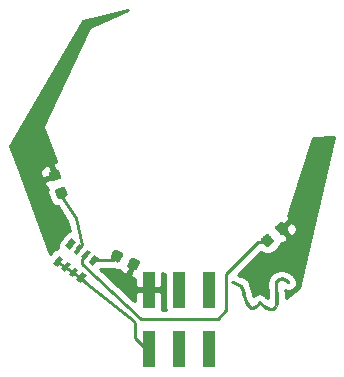
<source format=gbr>
G04 #@! TF.GenerationSoftware,KiCad,Pcbnew,5.1.2*
G04 #@! TF.CreationDate,2019-07-09T10:26:50-05:00*
G04 #@! TF.ProjectId,KokiriEmerald,4b6f6b69-7269-4456-9d65-72616c642e6b,rev?*
G04 #@! TF.SameCoordinates,Original*
G04 #@! TF.FileFunction,Copper,L2,Bot*
G04 #@! TF.FilePolarity,Positive*
%FSLAX46Y46*%
G04 Gerber Fmt 4.6, Leading zero omitted, Abs format (unit mm)*
G04 Created by KiCad (PCBNEW 5.1.2) date 2019-07-09 10:26:50*
%MOMM*%
%LPD*%
G04 APERTURE LIST*
%ADD10C,0.010000*%
%ADD11C,0.100000*%
%ADD12C,0.875000*%
%ADD13C,0.500000*%
%ADD14C,0.400000*%
%ADD15R,1.000000X3.150000*%
%ADD16C,0.600000*%
%ADD17C,0.250000*%
%ADD18C,0.254000*%
G04 APERTURE END LIST*
D10*
G36*
X121720587Y-100129101D02*
G01*
X121537524Y-100221441D01*
X121401592Y-100355243D01*
X121394211Y-100366445D01*
X121355704Y-100436560D01*
X121334213Y-100511161D01*
X121327740Y-100611906D01*
X121334287Y-100760454D01*
X121345088Y-100899000D01*
X121358682Y-101107176D01*
X121369873Y-101365106D01*
X121377394Y-101637886D01*
X121379962Y-101859064D01*
X121379221Y-102091042D01*
X121374387Y-102255025D01*
X121363305Y-102367664D01*
X121343820Y-102445610D01*
X121313775Y-102505512D01*
X121292268Y-102536397D01*
X121206398Y-102621274D01*
X121092822Y-102661004D01*
X121019984Y-102669227D01*
X120772110Y-102650096D01*
X120544281Y-102552890D01*
X120330656Y-102374818D01*
X120275776Y-102313825D01*
X120171108Y-102200241D01*
X120080934Y-102118178D01*
X120023859Y-102084453D01*
X120021888Y-102084334D01*
X119966245Y-102117452D01*
X119892818Y-102201096D01*
X119860495Y-102248393D01*
X119713131Y-102439127D01*
X119563087Y-102553226D01*
X119415716Y-102589020D01*
X119276369Y-102544837D01*
X119182029Y-102460223D01*
X119101347Y-102351415D01*
X119031066Y-102223458D01*
X118963918Y-102059221D01*
X118892636Y-101841574D01*
X118834015Y-101639834D01*
X118774550Y-101429010D01*
X118712317Y-101209557D01*
X118658667Y-101021471D01*
X118647754Y-100983442D01*
X118568584Y-100708050D01*
X118140435Y-100544582D01*
X117922433Y-100465972D01*
X117774002Y-100423703D01*
X117688999Y-100416227D01*
X117667855Y-100425545D01*
X117637323Y-100484474D01*
X117670260Y-100544145D01*
X117772714Y-100609634D01*
X117950730Y-100686021D01*
X118000113Y-100704600D01*
X118159737Y-100766840D01*
X118290704Y-100823866D01*
X118370730Y-100865783D01*
X118381473Y-100873933D01*
X118409685Y-100930037D01*
X118453474Y-101051746D01*
X118507447Y-101222637D01*
X118566210Y-101426288D01*
X118582749Y-101486804D01*
X118693263Y-101868610D01*
X118799349Y-102173568D01*
X118905154Y-102409062D01*
X119014827Y-102582475D01*
X119132515Y-102701190D01*
X119262365Y-102772591D01*
X119313931Y-102788398D01*
X119487621Y-102791191D01*
X119671426Y-102724646D01*
X119843741Y-102597924D01*
X119897431Y-102540944D01*
X120048489Y-102364467D01*
X120218458Y-102541355D01*
X120402966Y-102707866D01*
X120586288Y-102810737D01*
X120799082Y-102864778D01*
X120913587Y-102877186D01*
X121071029Y-102883485D01*
X121180094Y-102867957D01*
X121275756Y-102823620D01*
X121317666Y-102796552D01*
X121445913Y-102668677D01*
X121537302Y-102481493D01*
X121592345Y-102231317D01*
X121611551Y-101914461D01*
X121595431Y-101527242D01*
X121550818Y-101113076D01*
X121522055Y-100861873D01*
X121514811Y-100678459D01*
X121532863Y-100547833D01*
X121579991Y-100454997D01*
X121659973Y-100384951D01*
X121746298Y-100337122D01*
X121891342Y-100292101D01*
X122029703Y-100310585D01*
X122177459Y-100397350D01*
X122293421Y-100499650D01*
X122388884Y-100585110D01*
X122451491Y-100615811D01*
X122503708Y-100601090D01*
X122516473Y-100592361D01*
X122563927Y-100547661D01*
X122557648Y-100498669D01*
X122519475Y-100439482D01*
X122410040Y-100326072D01*
X122257499Y-100219287D01*
X122092595Y-100136782D01*
X121946072Y-100096212D01*
X121919026Y-100094667D01*
X121720587Y-100129101D01*
X121720587Y-100129101D01*
G37*
X121720587Y-100129101D02*
X121537524Y-100221441D01*
X121401592Y-100355243D01*
X121394211Y-100366445D01*
X121355704Y-100436560D01*
X121334213Y-100511161D01*
X121327740Y-100611906D01*
X121334287Y-100760454D01*
X121345088Y-100899000D01*
X121358682Y-101107176D01*
X121369873Y-101365106D01*
X121377394Y-101637886D01*
X121379962Y-101859064D01*
X121379221Y-102091042D01*
X121374387Y-102255025D01*
X121363305Y-102367664D01*
X121343820Y-102445610D01*
X121313775Y-102505512D01*
X121292268Y-102536397D01*
X121206398Y-102621274D01*
X121092822Y-102661004D01*
X121019984Y-102669227D01*
X120772110Y-102650096D01*
X120544281Y-102552890D01*
X120330656Y-102374818D01*
X120275776Y-102313825D01*
X120171108Y-102200241D01*
X120080934Y-102118178D01*
X120023859Y-102084453D01*
X120021888Y-102084334D01*
X119966245Y-102117452D01*
X119892818Y-102201096D01*
X119860495Y-102248393D01*
X119713131Y-102439127D01*
X119563087Y-102553226D01*
X119415716Y-102589020D01*
X119276369Y-102544837D01*
X119182029Y-102460223D01*
X119101347Y-102351415D01*
X119031066Y-102223458D01*
X118963918Y-102059221D01*
X118892636Y-101841574D01*
X118834015Y-101639834D01*
X118774550Y-101429010D01*
X118712317Y-101209557D01*
X118658667Y-101021471D01*
X118647754Y-100983442D01*
X118568584Y-100708050D01*
X118140435Y-100544582D01*
X117922433Y-100465972D01*
X117774002Y-100423703D01*
X117688999Y-100416227D01*
X117667855Y-100425545D01*
X117637323Y-100484474D01*
X117670260Y-100544145D01*
X117772714Y-100609634D01*
X117950730Y-100686021D01*
X118000113Y-100704600D01*
X118159737Y-100766840D01*
X118290704Y-100823866D01*
X118370730Y-100865783D01*
X118381473Y-100873933D01*
X118409685Y-100930037D01*
X118453474Y-101051746D01*
X118507447Y-101222637D01*
X118566210Y-101426288D01*
X118582749Y-101486804D01*
X118693263Y-101868610D01*
X118799349Y-102173568D01*
X118905154Y-102409062D01*
X119014827Y-102582475D01*
X119132515Y-102701190D01*
X119262365Y-102772591D01*
X119313931Y-102788398D01*
X119487621Y-102791191D01*
X119671426Y-102724646D01*
X119843741Y-102597924D01*
X119897431Y-102540944D01*
X120048489Y-102364467D01*
X120218458Y-102541355D01*
X120402966Y-102707866D01*
X120586288Y-102810737D01*
X120799082Y-102864778D01*
X120913587Y-102877186D01*
X121071029Y-102883485D01*
X121180094Y-102867957D01*
X121275756Y-102823620D01*
X121317666Y-102796552D01*
X121445913Y-102668677D01*
X121537302Y-102481493D01*
X121592345Y-102231317D01*
X121611551Y-101914461D01*
X121595431Y-101527242D01*
X121550818Y-101113076D01*
X121522055Y-100861873D01*
X121514811Y-100678459D01*
X121532863Y-100547833D01*
X121579991Y-100454997D01*
X121659973Y-100384951D01*
X121746298Y-100337122D01*
X121891342Y-100292101D01*
X122029703Y-100310585D01*
X122177459Y-100397350D01*
X122293421Y-100499650D01*
X122388884Y-100585110D01*
X122451491Y-100615811D01*
X122503708Y-100601090D01*
X122516473Y-100592361D01*
X122563927Y-100547661D01*
X122557648Y-100498669D01*
X122519475Y-100439482D01*
X122410040Y-100326072D01*
X122257499Y-100219287D01*
X122092595Y-100136782D01*
X121946072Y-100096212D01*
X121919026Y-100094667D01*
X121720587Y-100129101D01*
D11*
G36*
X121918443Y-95382783D02*
G01*
X121939711Y-95385701D01*
X121960591Y-95390690D01*
X121980881Y-95397701D01*
X122000386Y-95406667D01*
X122018918Y-95417502D01*
X122036299Y-95430101D01*
X122052361Y-95444343D01*
X122066950Y-95460091D01*
X122396379Y-95852689D01*
X122409354Y-95869791D01*
X122420591Y-95888083D01*
X122429980Y-95907387D01*
X122437433Y-95927520D01*
X122442875Y-95948285D01*
X122446257Y-95969484D01*
X122447544Y-95990913D01*
X122446725Y-96012364D01*
X122443807Y-96033632D01*
X122438818Y-96054512D01*
X122431807Y-96074801D01*
X122422841Y-96094306D01*
X122412006Y-96112839D01*
X122399407Y-96130220D01*
X122385165Y-96146282D01*
X122369417Y-96160871D01*
X122034272Y-96442091D01*
X122017170Y-96455066D01*
X121998878Y-96466303D01*
X121979574Y-96475692D01*
X121959441Y-96483145D01*
X121938676Y-96488588D01*
X121917477Y-96491969D01*
X121896048Y-96493256D01*
X121874597Y-96492437D01*
X121853329Y-96489519D01*
X121832449Y-96484530D01*
X121812159Y-96477519D01*
X121792654Y-96468553D01*
X121774122Y-96457718D01*
X121756741Y-96445119D01*
X121740679Y-96430877D01*
X121726090Y-96415129D01*
X121396661Y-96022531D01*
X121383686Y-96005429D01*
X121372449Y-95987137D01*
X121363060Y-95967833D01*
X121355607Y-95947700D01*
X121350165Y-95926935D01*
X121346783Y-95905736D01*
X121345496Y-95884307D01*
X121346315Y-95862856D01*
X121349233Y-95841588D01*
X121354222Y-95820708D01*
X121361233Y-95800419D01*
X121370199Y-95780914D01*
X121381034Y-95762381D01*
X121393633Y-95745000D01*
X121407875Y-95728938D01*
X121423623Y-95714349D01*
X121758768Y-95433129D01*
X121775870Y-95420154D01*
X121794162Y-95408917D01*
X121813466Y-95399528D01*
X121833599Y-95392075D01*
X121854364Y-95386632D01*
X121875563Y-95383251D01*
X121896992Y-95381964D01*
X121918443Y-95382783D01*
X121918443Y-95382783D01*
G37*
D12*
X121896520Y-95937610D03*
D11*
G36*
X120711923Y-96395173D02*
G01*
X120733191Y-96398091D01*
X120754071Y-96403080D01*
X120774361Y-96410091D01*
X120793866Y-96419057D01*
X120812398Y-96429892D01*
X120829779Y-96442491D01*
X120845841Y-96456733D01*
X120860430Y-96472481D01*
X121189859Y-96865079D01*
X121202834Y-96882181D01*
X121214071Y-96900473D01*
X121223460Y-96919777D01*
X121230913Y-96939910D01*
X121236355Y-96960675D01*
X121239737Y-96981874D01*
X121241024Y-97003303D01*
X121240205Y-97024754D01*
X121237287Y-97046022D01*
X121232298Y-97066902D01*
X121225287Y-97087191D01*
X121216321Y-97106696D01*
X121205486Y-97125229D01*
X121192887Y-97142610D01*
X121178645Y-97158672D01*
X121162897Y-97173261D01*
X120827752Y-97454481D01*
X120810650Y-97467456D01*
X120792358Y-97478693D01*
X120773054Y-97488082D01*
X120752921Y-97495535D01*
X120732156Y-97500978D01*
X120710957Y-97504359D01*
X120689528Y-97505646D01*
X120668077Y-97504827D01*
X120646809Y-97501909D01*
X120625929Y-97496920D01*
X120605639Y-97489909D01*
X120586134Y-97480943D01*
X120567602Y-97470108D01*
X120550221Y-97457509D01*
X120534159Y-97443267D01*
X120519570Y-97427519D01*
X120190141Y-97034921D01*
X120177166Y-97017819D01*
X120165929Y-96999527D01*
X120156540Y-96980223D01*
X120149087Y-96960090D01*
X120143645Y-96939325D01*
X120140263Y-96918126D01*
X120138976Y-96896697D01*
X120139795Y-96875246D01*
X120142713Y-96853978D01*
X120147702Y-96833098D01*
X120154713Y-96812809D01*
X120163679Y-96793304D01*
X120174514Y-96774771D01*
X120187113Y-96757390D01*
X120201355Y-96741328D01*
X120217103Y-96726739D01*
X120552248Y-96445519D01*
X120569350Y-96432544D01*
X120587642Y-96421307D01*
X120606946Y-96411918D01*
X120627079Y-96404465D01*
X120647844Y-96399022D01*
X120669043Y-96395641D01*
X120690472Y-96394354D01*
X120711923Y-96395173D01*
X120711923Y-96395173D01*
G37*
D12*
X120690000Y-96950000D03*
D13*
X104023236Y-97274471D03*
D11*
G36*
X104047879Y-96803416D02*
G01*
X104457455Y-97090204D01*
X103998593Y-97745526D01*
X103589017Y-97458738D01*
X104047879Y-96803416D01*
X104047879Y-96803416D01*
G37*
D14*
X105333880Y-98192194D03*
D11*
G36*
X105399480Y-97749818D02*
G01*
X105727141Y-97979248D01*
X105268280Y-98634570D01*
X104940619Y-98405140D01*
X105399480Y-97749818D01*
X105399480Y-97749818D01*
G37*
D14*
X104678558Y-97733333D03*
D11*
G36*
X104744158Y-97290957D02*
G01*
X105071819Y-97520387D01*
X104612958Y-98175709D01*
X104285297Y-97946279D01*
X104744158Y-97290957D01*
X104744158Y-97290957D01*
G37*
D13*
X105989201Y-98651055D03*
D11*
G36*
X106013844Y-98180000D02*
G01*
X106423420Y-98466788D01*
X105964558Y-99122110D01*
X105554982Y-98835322D01*
X106013844Y-98180000D01*
X106013844Y-98180000D01*
G37*
D14*
X103646120Y-99207806D03*
D11*
G36*
X103711720Y-98765430D02*
G01*
X104039381Y-98994860D01*
X103580520Y-99650182D01*
X103252859Y-99420752D01*
X103711720Y-98765430D01*
X103711720Y-98765430D01*
G37*
D13*
X102990799Y-98748945D03*
D11*
G36*
X103015442Y-98277890D02*
G01*
X103425018Y-98564678D01*
X102966156Y-99220000D01*
X102556580Y-98933212D01*
X103015442Y-98277890D01*
X103015442Y-98277890D01*
G37*
D14*
X104301442Y-99666667D03*
D11*
G36*
X104367042Y-99224291D02*
G01*
X104694703Y-99453721D01*
X104235842Y-100109043D01*
X103908181Y-99879613D01*
X104367042Y-99224291D01*
X104367042Y-99224291D01*
G37*
D13*
X104956764Y-100125529D03*
D11*
G36*
X104981407Y-99654474D02*
G01*
X105390983Y-99941262D01*
X104932121Y-100596584D01*
X104522545Y-100309796D01*
X104981407Y-99654474D01*
X104981407Y-99654474D01*
G37*
D15*
X115740000Y-106200000D03*
X115740000Y-101150000D03*
X113200000Y-106200000D03*
X113200000Y-101150000D03*
X110660000Y-106200000D03*
X110660000Y-101150000D03*
D11*
G36*
X109308392Y-98424381D02*
G01*
X109329469Y-98428454D01*
X109350045Y-98434573D01*
X109369922Y-98442680D01*
X109766432Y-98627575D01*
X109785420Y-98637591D01*
X109803334Y-98649420D01*
X109820002Y-98662948D01*
X109835264Y-98678044D01*
X109848973Y-98694564D01*
X109860997Y-98712348D01*
X109871219Y-98731225D01*
X109879543Y-98751013D01*
X109885886Y-98771521D01*
X109890189Y-98792553D01*
X109892410Y-98813905D01*
X109892527Y-98835371D01*
X109890539Y-98856746D01*
X109886466Y-98877824D01*
X109880347Y-98898400D01*
X109872240Y-98918278D01*
X109655648Y-99382761D01*
X109645632Y-99401748D01*
X109633803Y-99419662D01*
X109620275Y-99436330D01*
X109605178Y-99451592D01*
X109588659Y-99465301D01*
X109570875Y-99477325D01*
X109551998Y-99487548D01*
X109532210Y-99495871D01*
X109511701Y-99502214D01*
X109490670Y-99506517D01*
X109469318Y-99508738D01*
X109447851Y-99508855D01*
X109426476Y-99506867D01*
X109405399Y-99502794D01*
X109384823Y-99496675D01*
X109364946Y-99488568D01*
X108968436Y-99303673D01*
X108949448Y-99293657D01*
X108931534Y-99281828D01*
X108914866Y-99268300D01*
X108899604Y-99253204D01*
X108885895Y-99236684D01*
X108873871Y-99218900D01*
X108863649Y-99200023D01*
X108855325Y-99180235D01*
X108848982Y-99159727D01*
X108844679Y-99138695D01*
X108842458Y-99117343D01*
X108842341Y-99095877D01*
X108844329Y-99074502D01*
X108848402Y-99053424D01*
X108854521Y-99032848D01*
X108862628Y-99012970D01*
X109079220Y-98548487D01*
X109089236Y-98529500D01*
X109101065Y-98511586D01*
X109114593Y-98494918D01*
X109129690Y-98479656D01*
X109146209Y-98465947D01*
X109163993Y-98453923D01*
X109182870Y-98443700D01*
X109202658Y-98435377D01*
X109223167Y-98429034D01*
X109244198Y-98424731D01*
X109265550Y-98422510D01*
X109287017Y-98422393D01*
X109308392Y-98424381D01*
X109308392Y-98424381D01*
G37*
D12*
X109367434Y-98965624D03*
D11*
G36*
X107880958Y-97758757D02*
G01*
X107902035Y-97762830D01*
X107922611Y-97768949D01*
X107942488Y-97777056D01*
X108338998Y-97961951D01*
X108357986Y-97971967D01*
X108375900Y-97983796D01*
X108392568Y-97997324D01*
X108407830Y-98012420D01*
X108421539Y-98028940D01*
X108433563Y-98046724D01*
X108443785Y-98065601D01*
X108452109Y-98085389D01*
X108458452Y-98105897D01*
X108462755Y-98126929D01*
X108464976Y-98148281D01*
X108465093Y-98169747D01*
X108463105Y-98191122D01*
X108459032Y-98212200D01*
X108452913Y-98232776D01*
X108444806Y-98252654D01*
X108228214Y-98717137D01*
X108218198Y-98736124D01*
X108206369Y-98754038D01*
X108192841Y-98770706D01*
X108177744Y-98785968D01*
X108161225Y-98799677D01*
X108143441Y-98811701D01*
X108124564Y-98821924D01*
X108104776Y-98830247D01*
X108084267Y-98836590D01*
X108063236Y-98840893D01*
X108041884Y-98843114D01*
X108020417Y-98843231D01*
X107999042Y-98841243D01*
X107977965Y-98837170D01*
X107957389Y-98831051D01*
X107937512Y-98822944D01*
X107541002Y-98638049D01*
X107522014Y-98628033D01*
X107504100Y-98616204D01*
X107487432Y-98602676D01*
X107472170Y-98587580D01*
X107458461Y-98571060D01*
X107446437Y-98553276D01*
X107436215Y-98534399D01*
X107427891Y-98514611D01*
X107421548Y-98494103D01*
X107417245Y-98473071D01*
X107415024Y-98451719D01*
X107414907Y-98430253D01*
X107416895Y-98408878D01*
X107420968Y-98387800D01*
X107427087Y-98367224D01*
X107435194Y-98347346D01*
X107651786Y-97882863D01*
X107661802Y-97863876D01*
X107673631Y-97845962D01*
X107687159Y-97829294D01*
X107702256Y-97814032D01*
X107718775Y-97800323D01*
X107736559Y-97788299D01*
X107755436Y-97778076D01*
X107775224Y-97769753D01*
X107795733Y-97763410D01*
X107816764Y-97759107D01*
X107838116Y-97756886D01*
X107859583Y-97756769D01*
X107880958Y-97758757D01*
X107880958Y-97758757D01*
G37*
D12*
X107940000Y-98300000D03*
D11*
G36*
X103436896Y-92440246D02*
G01*
X103457973Y-92444319D01*
X103478549Y-92450438D01*
X103498427Y-92458545D01*
X103517414Y-92468561D01*
X103535328Y-92480390D01*
X103551996Y-92493918D01*
X103567258Y-92509015D01*
X103580967Y-92525534D01*
X103592991Y-92543318D01*
X103603214Y-92562195D01*
X103611537Y-92581983D01*
X103761171Y-92993098D01*
X103767514Y-93013606D01*
X103771817Y-93034638D01*
X103774038Y-93055990D01*
X103774155Y-93077457D01*
X103772167Y-93098831D01*
X103768094Y-93119909D01*
X103761975Y-93140485D01*
X103753868Y-93160363D01*
X103743852Y-93179350D01*
X103732023Y-93197264D01*
X103718495Y-93213932D01*
X103703398Y-93229194D01*
X103686879Y-93242903D01*
X103669095Y-93254927D01*
X103650218Y-93265150D01*
X103630430Y-93273473D01*
X103148838Y-93448758D01*
X103128329Y-93455101D01*
X103107298Y-93459404D01*
X103085946Y-93461625D01*
X103064479Y-93461742D01*
X103043104Y-93459754D01*
X103022027Y-93455681D01*
X103001451Y-93449562D01*
X102981573Y-93441455D01*
X102962586Y-93431439D01*
X102944672Y-93419610D01*
X102928004Y-93406082D01*
X102912742Y-93390985D01*
X102899033Y-93374466D01*
X102887009Y-93356682D01*
X102876786Y-93337805D01*
X102868463Y-93318017D01*
X102718829Y-92906902D01*
X102712486Y-92886394D01*
X102708183Y-92865362D01*
X102705962Y-92844010D01*
X102705845Y-92822543D01*
X102707833Y-92801169D01*
X102711906Y-92780091D01*
X102718025Y-92759515D01*
X102726132Y-92739637D01*
X102736148Y-92720650D01*
X102747977Y-92702736D01*
X102761505Y-92686068D01*
X102776602Y-92670806D01*
X102793121Y-92657097D01*
X102810905Y-92645073D01*
X102829782Y-92634850D01*
X102849570Y-92626527D01*
X103331162Y-92451242D01*
X103351671Y-92444899D01*
X103372702Y-92440596D01*
X103394054Y-92438375D01*
X103415521Y-92438258D01*
X103436896Y-92440246D01*
X103436896Y-92440246D01*
G37*
D12*
X103240000Y-92950000D03*
D11*
G36*
X102898214Y-90960230D02*
G01*
X102919291Y-90964303D01*
X102939867Y-90970422D01*
X102959745Y-90978529D01*
X102978732Y-90988545D01*
X102996646Y-91000374D01*
X103013314Y-91013902D01*
X103028576Y-91028999D01*
X103042285Y-91045518D01*
X103054309Y-91063302D01*
X103064532Y-91082179D01*
X103072855Y-91101967D01*
X103222489Y-91513082D01*
X103228832Y-91533590D01*
X103233135Y-91554622D01*
X103235356Y-91575974D01*
X103235473Y-91597441D01*
X103233485Y-91618815D01*
X103229412Y-91639893D01*
X103223293Y-91660469D01*
X103215186Y-91680347D01*
X103205170Y-91699334D01*
X103193341Y-91717248D01*
X103179813Y-91733916D01*
X103164716Y-91749178D01*
X103148197Y-91762887D01*
X103130413Y-91774911D01*
X103111536Y-91785134D01*
X103091748Y-91793457D01*
X102610156Y-91968742D01*
X102589647Y-91975085D01*
X102568616Y-91979388D01*
X102547264Y-91981609D01*
X102525797Y-91981726D01*
X102504422Y-91979738D01*
X102483345Y-91975665D01*
X102462769Y-91969546D01*
X102442891Y-91961439D01*
X102423904Y-91951423D01*
X102405990Y-91939594D01*
X102389322Y-91926066D01*
X102374060Y-91910969D01*
X102360351Y-91894450D01*
X102348327Y-91876666D01*
X102338104Y-91857789D01*
X102329781Y-91838001D01*
X102180147Y-91426886D01*
X102173804Y-91406378D01*
X102169501Y-91385346D01*
X102167280Y-91363994D01*
X102167163Y-91342527D01*
X102169151Y-91321153D01*
X102173224Y-91300075D01*
X102179343Y-91279499D01*
X102187450Y-91259621D01*
X102197466Y-91240634D01*
X102209295Y-91222720D01*
X102222823Y-91206052D01*
X102237920Y-91190790D01*
X102254439Y-91177081D01*
X102272223Y-91165057D01*
X102291100Y-91154834D01*
X102310888Y-91146511D01*
X102792480Y-90971226D01*
X102812989Y-90964883D01*
X102834020Y-90960580D01*
X102855372Y-90958359D01*
X102876839Y-90958242D01*
X102898214Y-90960230D01*
X102898214Y-90960230D01*
G37*
D12*
X102701318Y-91469984D03*
D16*
X123110000Y-97800000D03*
X101080000Y-92710000D03*
X108860000Y-100890000D03*
D17*
X104678558Y-97733333D02*
X105036474Y-97375417D01*
X105036474Y-97375417D02*
X104470000Y-95040000D01*
X104470000Y-95040000D02*
X103140000Y-93000000D01*
X116500000Y-103590000D02*
X117220000Y-102870000D01*
X110014388Y-103590000D02*
X116500000Y-103590000D01*
X117220000Y-102870000D02*
X117220000Y-99780000D01*
X119910000Y-97090000D02*
X120530000Y-97090000D01*
X108830000Y-102540000D02*
X110014388Y-103590000D01*
X104975964Y-98995964D02*
X108830000Y-102540000D01*
X117220000Y-99780000D02*
X119910000Y-97090000D01*
X105333880Y-98192194D02*
X104975964Y-98550110D01*
X104975964Y-98550110D02*
X104975964Y-98995964D01*
X110590000Y-106300000D02*
X109523682Y-105233682D01*
X105380000Y-100550000D02*
X105010000Y-100270000D01*
X109523682Y-105233682D02*
X109523682Y-104082356D01*
X109439893Y-103783199D02*
X105380000Y-100550000D01*
X109523682Y-104082356D02*
X109439893Y-103783199D01*
X105010000Y-100270000D02*
X102930000Y-98790000D01*
X105989201Y-98651055D02*
X107588945Y-98651055D01*
X107588945Y-98651055D02*
X107890000Y-98350000D01*
D18*
G36*
X109544660Y-98886069D02*
G01*
X109536208Y-98904195D01*
X109554334Y-98912647D01*
X109446989Y-99142850D01*
X109428863Y-99134398D01*
X109080519Y-99881422D01*
X109157305Y-100092389D01*
X109293539Y-100159305D01*
X109411539Y-100200802D01*
X109523457Y-100216781D01*
X109525000Y-100864250D01*
X109683750Y-101023000D01*
X110533000Y-101023000D01*
X110533000Y-101003000D01*
X110787000Y-101003000D01*
X110787000Y-101023000D01*
X111636250Y-101023000D01*
X111795000Y-100864250D01*
X111797709Y-99727370D01*
X112061928Y-99846253D01*
X112061928Y-102725000D01*
X112072269Y-102830000D01*
X111787731Y-102830000D01*
X111798072Y-102725000D01*
X111795000Y-101435750D01*
X111636250Y-101277000D01*
X110787000Y-101277000D01*
X110787000Y-101297000D01*
X110533000Y-101297000D01*
X110533000Y-101277000D01*
X109683750Y-101277000D01*
X109525000Y-101435750D01*
X109523324Y-102138999D01*
X109339385Y-101975930D01*
X106550156Y-99411055D01*
X107551623Y-99411055D01*
X107588945Y-99414731D01*
X107626267Y-99411055D01*
X107626278Y-99411055D01*
X107680572Y-99405707D01*
X107826304Y-99456956D01*
X107992585Y-99480695D01*
X108160302Y-99471539D01*
X108187438Y-99464584D01*
X108224685Y-99542239D01*
X108299744Y-99642300D01*
X108392882Y-99725795D01*
X108500520Y-99789514D01*
X108639350Y-99850862D01*
X108850317Y-99774077D01*
X109198660Y-99027053D01*
X109180534Y-99018601D01*
X109287879Y-98788398D01*
X109306005Y-98796850D01*
X109314457Y-98778724D01*
X109544660Y-98886069D01*
X109544660Y-98886069D01*
G37*
X109544660Y-98886069D02*
X109536208Y-98904195D01*
X109554334Y-98912647D01*
X109446989Y-99142850D01*
X109428863Y-99134398D01*
X109080519Y-99881422D01*
X109157305Y-100092389D01*
X109293539Y-100159305D01*
X109411539Y-100200802D01*
X109523457Y-100216781D01*
X109525000Y-100864250D01*
X109683750Y-101023000D01*
X110533000Y-101023000D01*
X110533000Y-101003000D01*
X110787000Y-101003000D01*
X110787000Y-101023000D01*
X111636250Y-101023000D01*
X111795000Y-100864250D01*
X111797709Y-99727370D01*
X112061928Y-99846253D01*
X112061928Y-102725000D01*
X112072269Y-102830000D01*
X111787731Y-102830000D01*
X111798072Y-102725000D01*
X111795000Y-101435750D01*
X111636250Y-101277000D01*
X110787000Y-101277000D01*
X110787000Y-101297000D01*
X110533000Y-101297000D01*
X110533000Y-101277000D01*
X109683750Y-101277000D01*
X109525000Y-101435750D01*
X109523324Y-102138999D01*
X109339385Y-101975930D01*
X106550156Y-99411055D01*
X107551623Y-99411055D01*
X107588945Y-99414731D01*
X107626267Y-99411055D01*
X107626278Y-99411055D01*
X107680572Y-99405707D01*
X107826304Y-99456956D01*
X107992585Y-99480695D01*
X108160302Y-99471539D01*
X108187438Y-99464584D01*
X108224685Y-99542239D01*
X108299744Y-99642300D01*
X108392882Y-99725795D01*
X108500520Y-99789514D01*
X108639350Y-99850862D01*
X108850317Y-99774077D01*
X109198660Y-99027053D01*
X109180534Y-99018601D01*
X109287879Y-98788398D01*
X109306005Y-98796850D01*
X109314457Y-98778724D01*
X109544660Y-98886069D01*
G36*
X123364241Y-100968531D02*
G01*
X122250987Y-101887598D01*
X122234877Y-101500622D01*
X122232572Y-101484187D01*
X122232645Y-101467591D01*
X122231750Y-101458699D01*
X122204246Y-101203368D01*
X122208744Y-101205052D01*
X122246766Y-101222184D01*
X122267126Y-101226905D01*
X122286686Y-101234227D01*
X122327815Y-101240978D01*
X122368444Y-101250400D01*
X122389331Y-101251077D01*
X122409942Y-101254460D01*
X122451613Y-101253094D01*
X122493285Y-101254444D01*
X122513897Y-101251053D01*
X122534781Y-101250368D01*
X122575390Y-101240935D01*
X122616533Y-101234165D01*
X122625150Y-101231800D01*
X122677367Y-101217079D01*
X122711818Y-101203616D01*
X122747234Y-101192947D01*
X122769853Y-101180938D01*
X122793706Y-101171617D01*
X122824880Y-101151723D01*
X122843103Y-101142048D01*
X122848853Y-101139282D01*
X122850160Y-101138301D01*
X122857555Y-101134375D01*
X122864966Y-101129382D01*
X122877731Y-101120653D01*
X122891025Y-101109512D01*
X122898999Y-101104423D01*
X122912393Y-101091604D01*
X122912479Y-101091532D01*
X122948754Y-101064308D01*
X122955301Y-101058226D01*
X123002755Y-101013526D01*
X123033637Y-100978139D01*
X123066208Y-100944290D01*
X123074635Y-100931162D01*
X123084885Y-100919417D01*
X123108299Y-100878717D01*
X123133681Y-100839176D01*
X123139397Y-100824661D01*
X123147171Y-100811149D01*
X123162240Y-100766661D01*
X123179452Y-100722958D01*
X123182238Y-100707622D01*
X123187243Y-100692846D01*
X123193385Y-100646260D01*
X123201778Y-100600063D01*
X123201532Y-100584474D01*
X123203571Y-100569011D01*
X123200549Y-100522137D01*
X123199809Y-100475173D01*
X123198735Y-100466302D01*
X123192456Y-100417310D01*
X123189558Y-100404660D01*
X123188648Y-100391714D01*
X123175635Y-100343887D01*
X123164563Y-100295558D01*
X123159261Y-100283707D01*
X123155855Y-100271189D01*
X123133803Y-100226803D01*
X123113553Y-100181542D01*
X123106053Y-100170951D01*
X123100279Y-100159329D01*
X123095488Y-100151786D01*
X123057315Y-100092599D01*
X123021436Y-100047364D01*
X122986183Y-100001550D01*
X122980022Y-99995076D01*
X122870587Y-99881667D01*
X122827183Y-99844698D01*
X122784356Y-99806949D01*
X122777071Y-99801774D01*
X122624529Y-99694989D01*
X122587499Y-99674129D01*
X122551827Y-99650981D01*
X122543863Y-99646927D01*
X122378959Y-99564422D01*
X122325289Y-99543842D01*
X122271971Y-99522433D01*
X122263376Y-99519989D01*
X122116853Y-99479419D01*
X122115704Y-99479219D01*
X122114621Y-99478806D01*
X122054194Y-99468509D01*
X121993798Y-99457994D01*
X121992639Y-99458021D01*
X121991490Y-99457825D01*
X121982572Y-99457254D01*
X121955526Y-99455709D01*
X121949283Y-99455963D01*
X121943100Y-99455121D01*
X121886960Y-99458499D01*
X121830724Y-99460788D01*
X121824653Y-99462249D01*
X121818420Y-99462624D01*
X121809605Y-99464090D01*
X121611167Y-99498524D01*
X121584630Y-99505856D01*
X121557457Y-99510241D01*
X121524577Y-99522447D01*
X121490771Y-99531787D01*
X121466174Y-99544128D01*
X121440360Y-99553711D01*
X121432354Y-99557680D01*
X121249290Y-99650021D01*
X121222002Y-99667316D01*
X121193204Y-99681957D01*
X121169382Y-99700668D01*
X121143790Y-99716888D01*
X121120382Y-99739154D01*
X121094975Y-99759109D01*
X121088564Y-99765333D01*
X120952631Y-99899135D01*
X120952371Y-99899447D01*
X120952062Y-99899697D01*
X120918773Y-99939678D01*
X120909555Y-99948464D01*
X120899244Y-99963094D01*
X120872590Y-99995026D01*
X120872400Y-99995374D01*
X120872140Y-99995686D01*
X120867172Y-100003114D01*
X120859791Y-100014316D01*
X120849868Y-100033152D01*
X120837599Y-100050560D01*
X120833243Y-100058363D01*
X120794736Y-100128478D01*
X120793179Y-100132116D01*
X120790989Y-100135403D01*
X120768616Y-100189492D01*
X120745580Y-100243304D01*
X120744761Y-100247167D01*
X120743248Y-100250824D01*
X120740714Y-100259394D01*
X120719223Y-100333995D01*
X120718820Y-100336174D01*
X120718019Y-100338232D01*
X120707482Y-100397529D01*
X120696524Y-100456822D01*
X120696552Y-100459032D01*
X120696165Y-100461211D01*
X120695530Y-100470125D01*
X120689057Y-100570870D01*
X120690070Y-100601034D01*
X120688029Y-100631155D01*
X120688361Y-100640086D01*
X120694908Y-100788633D01*
X120695806Y-100794923D01*
X120695590Y-100801283D01*
X120696223Y-100810197D01*
X120706710Y-100944711D01*
X120719588Y-101141930D01*
X120730254Y-101387762D01*
X120737496Y-101650423D01*
X120739950Y-101861748D01*
X120739914Y-101873067D01*
X120641751Y-101766542D01*
X120624076Y-101750773D01*
X120608435Y-101732966D01*
X120601868Y-101726906D01*
X120511694Y-101644843D01*
X120462859Y-101608437D01*
X120414174Y-101571779D01*
X120411663Y-101570272D01*
X120411552Y-101570189D01*
X120411421Y-101570126D01*
X120406512Y-101567180D01*
X120349438Y-101533455D01*
X120329539Y-101524185D01*
X120310975Y-101512470D01*
X120303011Y-101509404D01*
X120302842Y-101509300D01*
X120299656Y-101508113D01*
X120273046Y-101497869D01*
X120236214Y-101480711D01*
X120214897Y-101475483D01*
X120194408Y-101467596D01*
X120187917Y-101466468D01*
X120185799Y-101465679D01*
X120153471Y-101460420D01*
X120114902Y-101450962D01*
X120092973Y-101449974D01*
X120071345Y-101446217D01*
X120062429Y-101445616D01*
X120060458Y-101445497D01*
X120023936Y-101446865D01*
X119990123Y-101445342D01*
X119966607Y-101448908D01*
X119937681Y-101449898D01*
X119936675Y-101450133D01*
X119935639Y-101450172D01*
X119895556Y-101459681D01*
X119866628Y-101464067D01*
X119847320Y-101471026D01*
X119816055Y-101478337D01*
X119815110Y-101478765D01*
X119814106Y-101479003D01*
X119772580Y-101497967D01*
X119749122Y-101506422D01*
X119734175Y-101515411D01*
X119702270Y-101529857D01*
X119700583Y-101530845D01*
X119700487Y-101530889D01*
X119700394Y-101530956D01*
X119694559Y-101534374D01*
X119638916Y-101567492D01*
X119612086Y-101587244D01*
X119583571Y-101604461D01*
X119561916Y-101624180D01*
X119538329Y-101641545D01*
X119515854Y-101666124D01*
X119510285Y-101671195D01*
X119504211Y-101652648D01*
X119449267Y-101463564D01*
X119390516Y-101255271D01*
X119390499Y-101255227D01*
X119390271Y-101254402D01*
X119328038Y-101034949D01*
X119328016Y-101034892D01*
X119327769Y-101034004D01*
X119274119Y-100845918D01*
X119274098Y-100845864D01*
X119273839Y-100844938D01*
X119262926Y-100806909D01*
X119262916Y-100806884D01*
X119262841Y-100806616D01*
X119183671Y-100531224D01*
X119168305Y-100492490D01*
X119155489Y-100452819D01*
X119145318Y-100434547D01*
X119137611Y-100415121D01*
X119115016Y-100380113D01*
X119094737Y-100343683D01*
X119081210Y-100327734D01*
X119069877Y-100310175D01*
X119040909Y-100280218D01*
X119013944Y-100248425D01*
X118997584Y-100235414D01*
X118983050Y-100220383D01*
X118948797Y-100196612D01*
X118916186Y-100170675D01*
X118897611Y-100161089D01*
X118880434Y-100149168D01*
X118842239Y-100132512D01*
X118805191Y-100113392D01*
X118796864Y-100110147D01*
X118368715Y-99946679D01*
X118367271Y-99946284D01*
X118365917Y-99945617D01*
X118357531Y-99942528D01*
X118191973Y-99882829D01*
X120135084Y-97939718D01*
X120150837Y-97955131D01*
X120291506Y-98046919D01*
X120447378Y-98109501D01*
X120612465Y-98140471D01*
X120780421Y-98138638D01*
X120944793Y-98104075D01*
X121099264Y-98038108D01*
X121237897Y-97943273D01*
X121573042Y-97662053D01*
X121690509Y-97541994D01*
X121782297Y-97401325D01*
X121844879Y-97245452D01*
X121850044Y-97217920D01*
X121936164Y-97216980D01*
X122058572Y-97191241D01*
X122173605Y-97142116D01*
X122276844Y-97071492D01*
X122391117Y-96971596D01*
X122410684Y-96747944D01*
X121880866Y-96116532D01*
X121865546Y-96129387D01*
X121717761Y-95953264D01*
X122075442Y-95953264D01*
X122605259Y-96584676D01*
X122828911Y-96604243D01*
X122947133Y-96509053D01*
X123034612Y-96419646D01*
X123102966Y-96314890D01*
X123149569Y-96198812D01*
X123172632Y-96075873D01*
X123171268Y-95950797D01*
X123145529Y-95828390D01*
X123096404Y-95713356D01*
X123025780Y-95610117D01*
X122901779Y-95467117D01*
X122678127Y-95447550D01*
X122075442Y-95953264D01*
X121717761Y-95953264D01*
X121702277Y-95934812D01*
X121717598Y-95921956D01*
X121704743Y-95906636D01*
X121899318Y-95743367D01*
X121912174Y-95758688D01*
X122514859Y-95252975D01*
X122534426Y-95029323D01*
X122462916Y-94941236D01*
X124593802Y-88263805D01*
X126342246Y-88202813D01*
X123364241Y-100968531D01*
X123364241Y-100968531D01*
G37*
X123364241Y-100968531D02*
X122250987Y-101887598D01*
X122234877Y-101500622D01*
X122232572Y-101484187D01*
X122232645Y-101467591D01*
X122231750Y-101458699D01*
X122204246Y-101203368D01*
X122208744Y-101205052D01*
X122246766Y-101222184D01*
X122267126Y-101226905D01*
X122286686Y-101234227D01*
X122327815Y-101240978D01*
X122368444Y-101250400D01*
X122389331Y-101251077D01*
X122409942Y-101254460D01*
X122451613Y-101253094D01*
X122493285Y-101254444D01*
X122513897Y-101251053D01*
X122534781Y-101250368D01*
X122575390Y-101240935D01*
X122616533Y-101234165D01*
X122625150Y-101231800D01*
X122677367Y-101217079D01*
X122711818Y-101203616D01*
X122747234Y-101192947D01*
X122769853Y-101180938D01*
X122793706Y-101171617D01*
X122824880Y-101151723D01*
X122843103Y-101142048D01*
X122848853Y-101139282D01*
X122850160Y-101138301D01*
X122857555Y-101134375D01*
X122864966Y-101129382D01*
X122877731Y-101120653D01*
X122891025Y-101109512D01*
X122898999Y-101104423D01*
X122912393Y-101091604D01*
X122912479Y-101091532D01*
X122948754Y-101064308D01*
X122955301Y-101058226D01*
X123002755Y-101013526D01*
X123033637Y-100978139D01*
X123066208Y-100944290D01*
X123074635Y-100931162D01*
X123084885Y-100919417D01*
X123108299Y-100878717D01*
X123133681Y-100839176D01*
X123139397Y-100824661D01*
X123147171Y-100811149D01*
X123162240Y-100766661D01*
X123179452Y-100722958D01*
X123182238Y-100707622D01*
X123187243Y-100692846D01*
X123193385Y-100646260D01*
X123201778Y-100600063D01*
X123201532Y-100584474D01*
X123203571Y-100569011D01*
X123200549Y-100522137D01*
X123199809Y-100475173D01*
X123198735Y-100466302D01*
X123192456Y-100417310D01*
X123189558Y-100404660D01*
X123188648Y-100391714D01*
X123175635Y-100343887D01*
X123164563Y-100295558D01*
X123159261Y-100283707D01*
X123155855Y-100271189D01*
X123133803Y-100226803D01*
X123113553Y-100181542D01*
X123106053Y-100170951D01*
X123100279Y-100159329D01*
X123095488Y-100151786D01*
X123057315Y-100092599D01*
X123021436Y-100047364D01*
X122986183Y-100001550D01*
X122980022Y-99995076D01*
X122870587Y-99881667D01*
X122827183Y-99844698D01*
X122784356Y-99806949D01*
X122777071Y-99801774D01*
X122624529Y-99694989D01*
X122587499Y-99674129D01*
X122551827Y-99650981D01*
X122543863Y-99646927D01*
X122378959Y-99564422D01*
X122325289Y-99543842D01*
X122271971Y-99522433D01*
X122263376Y-99519989D01*
X122116853Y-99479419D01*
X122115704Y-99479219D01*
X122114621Y-99478806D01*
X122054194Y-99468509D01*
X121993798Y-99457994D01*
X121992639Y-99458021D01*
X121991490Y-99457825D01*
X121982572Y-99457254D01*
X121955526Y-99455709D01*
X121949283Y-99455963D01*
X121943100Y-99455121D01*
X121886960Y-99458499D01*
X121830724Y-99460788D01*
X121824653Y-99462249D01*
X121818420Y-99462624D01*
X121809605Y-99464090D01*
X121611167Y-99498524D01*
X121584630Y-99505856D01*
X121557457Y-99510241D01*
X121524577Y-99522447D01*
X121490771Y-99531787D01*
X121466174Y-99544128D01*
X121440360Y-99553711D01*
X121432354Y-99557680D01*
X121249290Y-99650021D01*
X121222002Y-99667316D01*
X121193204Y-99681957D01*
X121169382Y-99700668D01*
X121143790Y-99716888D01*
X121120382Y-99739154D01*
X121094975Y-99759109D01*
X121088564Y-99765333D01*
X120952631Y-99899135D01*
X120952371Y-99899447D01*
X120952062Y-99899697D01*
X120918773Y-99939678D01*
X120909555Y-99948464D01*
X120899244Y-99963094D01*
X120872590Y-99995026D01*
X120872400Y-99995374D01*
X120872140Y-99995686D01*
X120867172Y-100003114D01*
X120859791Y-100014316D01*
X120849868Y-100033152D01*
X120837599Y-100050560D01*
X120833243Y-100058363D01*
X120794736Y-100128478D01*
X120793179Y-100132116D01*
X120790989Y-100135403D01*
X120768616Y-100189492D01*
X120745580Y-100243304D01*
X120744761Y-100247167D01*
X120743248Y-100250824D01*
X120740714Y-100259394D01*
X120719223Y-100333995D01*
X120718820Y-100336174D01*
X120718019Y-100338232D01*
X120707482Y-100397529D01*
X120696524Y-100456822D01*
X120696552Y-100459032D01*
X120696165Y-100461211D01*
X120695530Y-100470125D01*
X120689057Y-100570870D01*
X120690070Y-100601034D01*
X120688029Y-100631155D01*
X120688361Y-100640086D01*
X120694908Y-100788633D01*
X120695806Y-100794923D01*
X120695590Y-100801283D01*
X120696223Y-100810197D01*
X120706710Y-100944711D01*
X120719588Y-101141930D01*
X120730254Y-101387762D01*
X120737496Y-101650423D01*
X120739950Y-101861748D01*
X120739914Y-101873067D01*
X120641751Y-101766542D01*
X120624076Y-101750773D01*
X120608435Y-101732966D01*
X120601868Y-101726906D01*
X120511694Y-101644843D01*
X120462859Y-101608437D01*
X120414174Y-101571779D01*
X120411663Y-101570272D01*
X120411552Y-101570189D01*
X120411421Y-101570126D01*
X120406512Y-101567180D01*
X120349438Y-101533455D01*
X120329539Y-101524185D01*
X120310975Y-101512470D01*
X120303011Y-101509404D01*
X120302842Y-101509300D01*
X120299656Y-101508113D01*
X120273046Y-101497869D01*
X120236214Y-101480711D01*
X120214897Y-101475483D01*
X120194408Y-101467596D01*
X120187917Y-101466468D01*
X120185799Y-101465679D01*
X120153471Y-101460420D01*
X120114902Y-101450962D01*
X120092973Y-101449974D01*
X120071345Y-101446217D01*
X120062429Y-101445616D01*
X120060458Y-101445497D01*
X120023936Y-101446865D01*
X119990123Y-101445342D01*
X119966607Y-101448908D01*
X119937681Y-101449898D01*
X119936675Y-101450133D01*
X119935639Y-101450172D01*
X119895556Y-101459681D01*
X119866628Y-101464067D01*
X119847320Y-101471026D01*
X119816055Y-101478337D01*
X119815110Y-101478765D01*
X119814106Y-101479003D01*
X119772580Y-101497967D01*
X119749122Y-101506422D01*
X119734175Y-101515411D01*
X119702270Y-101529857D01*
X119700583Y-101530845D01*
X119700487Y-101530889D01*
X119700394Y-101530956D01*
X119694559Y-101534374D01*
X119638916Y-101567492D01*
X119612086Y-101587244D01*
X119583571Y-101604461D01*
X119561916Y-101624180D01*
X119538329Y-101641545D01*
X119515854Y-101666124D01*
X119510285Y-101671195D01*
X119504211Y-101652648D01*
X119449267Y-101463564D01*
X119390516Y-101255271D01*
X119390499Y-101255227D01*
X119390271Y-101254402D01*
X119328038Y-101034949D01*
X119328016Y-101034892D01*
X119327769Y-101034004D01*
X119274119Y-100845918D01*
X119274098Y-100845864D01*
X119273839Y-100844938D01*
X119262926Y-100806909D01*
X119262916Y-100806884D01*
X119262841Y-100806616D01*
X119183671Y-100531224D01*
X119168305Y-100492490D01*
X119155489Y-100452819D01*
X119145318Y-100434547D01*
X119137611Y-100415121D01*
X119115016Y-100380113D01*
X119094737Y-100343683D01*
X119081210Y-100327734D01*
X119069877Y-100310175D01*
X119040909Y-100280218D01*
X119013944Y-100248425D01*
X118997584Y-100235414D01*
X118983050Y-100220383D01*
X118948797Y-100196612D01*
X118916186Y-100170675D01*
X118897611Y-100161089D01*
X118880434Y-100149168D01*
X118842239Y-100132512D01*
X118805191Y-100113392D01*
X118796864Y-100110147D01*
X118368715Y-99946679D01*
X118367271Y-99946284D01*
X118365917Y-99945617D01*
X118357531Y-99942528D01*
X118191973Y-99882829D01*
X120135084Y-97939718D01*
X120150837Y-97955131D01*
X120291506Y-98046919D01*
X120447378Y-98109501D01*
X120612465Y-98140471D01*
X120780421Y-98138638D01*
X120944793Y-98104075D01*
X121099264Y-98038108D01*
X121237897Y-97943273D01*
X121573042Y-97662053D01*
X121690509Y-97541994D01*
X121782297Y-97401325D01*
X121844879Y-97245452D01*
X121850044Y-97217920D01*
X121936164Y-97216980D01*
X122058572Y-97191241D01*
X122173605Y-97142116D01*
X122276844Y-97071492D01*
X122391117Y-96971596D01*
X122410684Y-96747944D01*
X121880866Y-96116532D01*
X121865546Y-96129387D01*
X121717761Y-95953264D01*
X122075442Y-95953264D01*
X122605259Y-96584676D01*
X122828911Y-96604243D01*
X122947133Y-96509053D01*
X123034612Y-96419646D01*
X123102966Y-96314890D01*
X123149569Y-96198812D01*
X123172632Y-96075873D01*
X123171268Y-95950797D01*
X123145529Y-95828390D01*
X123096404Y-95713356D01*
X123025780Y-95610117D01*
X122901779Y-95467117D01*
X122678127Y-95447550D01*
X122075442Y-95953264D01*
X121717761Y-95953264D01*
X121702277Y-95934812D01*
X121717598Y-95921956D01*
X121704743Y-95906636D01*
X121899318Y-95743367D01*
X121912174Y-95758688D01*
X122514859Y-95252975D01*
X122534426Y-95029323D01*
X122462916Y-94941236D01*
X124593802Y-88263805D01*
X126342246Y-88202813D01*
X123364241Y-100968531D01*
G36*
X105649954Y-78903276D02*
G01*
X105628144Y-78915283D01*
X105609095Y-78931313D01*
X105593540Y-78950752D01*
X105584823Y-78966490D01*
X101714823Y-87296490D01*
X101706597Y-87319989D01*
X101703113Y-87344640D01*
X101704506Y-87369497D01*
X101711654Y-87396079D01*
X102835530Y-90282535D01*
X102779805Y-90296817D01*
X102603019Y-90364431D01*
X102508138Y-90567903D01*
X102777222Y-91307206D01*
X102796016Y-91300365D01*
X102882889Y-91539048D01*
X102864096Y-91545888D01*
X102870937Y-91564683D01*
X102632254Y-91651555D01*
X102625414Y-91632762D01*
X101850872Y-91914672D01*
X101755991Y-92118144D01*
X101805006Y-92261793D01*
X101859102Y-92374574D01*
X101934162Y-92474635D01*
X102027300Y-92558129D01*
X102101414Y-92602003D01*
X102092120Y-92628431D01*
X102068380Y-92794712D01*
X102077537Y-92962428D01*
X102119238Y-93125136D01*
X102268872Y-93536251D01*
X102341514Y-93687696D01*
X102442305Y-93822060D01*
X102567374Y-93934179D01*
X102711912Y-94019744D01*
X102870366Y-94075467D01*
X102940430Y-94085470D01*
X103762151Y-95345854D01*
X103962798Y-96173070D01*
X103937079Y-96175038D01*
X103816618Y-96208728D01*
X103705043Y-96265271D01*
X103606644Y-96342496D01*
X103525201Y-96437433D01*
X103066339Y-97092755D01*
X103004982Y-97201757D01*
X102966070Y-97320634D01*
X102951097Y-97444819D01*
X102960639Y-97569538D01*
X102981364Y-97643642D01*
X102904642Y-97649512D01*
X102784181Y-97683202D01*
X102672606Y-97739745D01*
X102574207Y-97816970D01*
X102492764Y-97911907D01*
X102321531Y-98156453D01*
X99717601Y-91193495D01*
X101467865Y-91193495D01*
X101474684Y-91318394D01*
X101505739Y-91439562D01*
X101560527Y-91581109D01*
X101763999Y-91675990D01*
X102538540Y-91394080D01*
X102269456Y-90654776D01*
X102065984Y-90559896D01*
X101887097Y-90621736D01*
X101774315Y-90675832D01*
X101674254Y-90750892D01*
X101590760Y-90844030D01*
X101527041Y-90951667D01*
X101485544Y-91069667D01*
X101467865Y-91193495D01*
X99717601Y-91193495D01*
X98879063Y-88951230D01*
X105109243Y-78412421D01*
X108919874Y-77501276D01*
X105649954Y-78903276D01*
X105649954Y-78903276D01*
G37*
X105649954Y-78903276D02*
X105628144Y-78915283D01*
X105609095Y-78931313D01*
X105593540Y-78950752D01*
X105584823Y-78966490D01*
X101714823Y-87296490D01*
X101706597Y-87319989D01*
X101703113Y-87344640D01*
X101704506Y-87369497D01*
X101711654Y-87396079D01*
X102835530Y-90282535D01*
X102779805Y-90296817D01*
X102603019Y-90364431D01*
X102508138Y-90567903D01*
X102777222Y-91307206D01*
X102796016Y-91300365D01*
X102882889Y-91539048D01*
X102864096Y-91545888D01*
X102870937Y-91564683D01*
X102632254Y-91651555D01*
X102625414Y-91632762D01*
X101850872Y-91914672D01*
X101755991Y-92118144D01*
X101805006Y-92261793D01*
X101859102Y-92374574D01*
X101934162Y-92474635D01*
X102027300Y-92558129D01*
X102101414Y-92602003D01*
X102092120Y-92628431D01*
X102068380Y-92794712D01*
X102077537Y-92962428D01*
X102119238Y-93125136D01*
X102268872Y-93536251D01*
X102341514Y-93687696D01*
X102442305Y-93822060D01*
X102567374Y-93934179D01*
X102711912Y-94019744D01*
X102870366Y-94075467D01*
X102940430Y-94085470D01*
X103762151Y-95345854D01*
X103962798Y-96173070D01*
X103937079Y-96175038D01*
X103816618Y-96208728D01*
X103705043Y-96265271D01*
X103606644Y-96342496D01*
X103525201Y-96437433D01*
X103066339Y-97092755D01*
X103004982Y-97201757D01*
X102966070Y-97320634D01*
X102951097Y-97444819D01*
X102960639Y-97569538D01*
X102981364Y-97643642D01*
X102904642Y-97649512D01*
X102784181Y-97683202D01*
X102672606Y-97739745D01*
X102574207Y-97816970D01*
X102492764Y-97911907D01*
X102321531Y-98156453D01*
X99717601Y-91193495D01*
X101467865Y-91193495D01*
X101474684Y-91318394D01*
X101505739Y-91439562D01*
X101560527Y-91581109D01*
X101763999Y-91675990D01*
X102538540Y-91394080D01*
X102269456Y-90654776D01*
X102065984Y-90559896D01*
X101887097Y-90621736D01*
X101774315Y-90675832D01*
X101674254Y-90750892D01*
X101590760Y-90844030D01*
X101527041Y-90951667D01*
X101485544Y-91069667D01*
X101467865Y-91193495D01*
X99717601Y-91193495D01*
X98879063Y-88951230D01*
X105109243Y-78412421D01*
X108919874Y-77501276D01*
X105649954Y-78903276D01*
M02*

</source>
